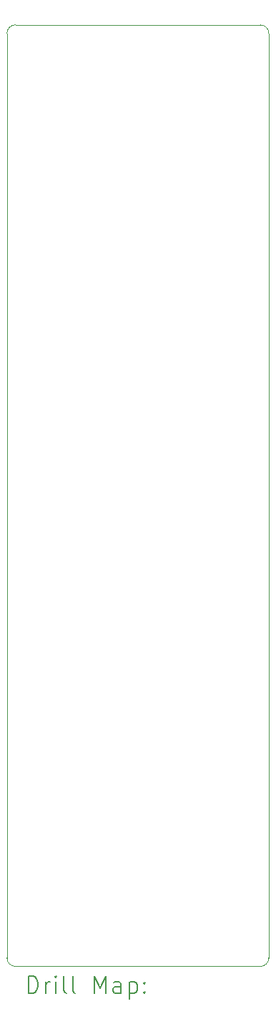
<source format=gbr>
%TF.GenerationSoftware,KiCad,Pcbnew,7.0.8*%
%TF.CreationDate,2023-10-22T01:26:40-04:00*%
%TF.ProjectId,MicrocontrollerInputModule,4d696372-6f63-46f6-9e74-726f6c6c6572,V2.6*%
%TF.SameCoordinates,Original*%
%TF.FileFunction,Drillmap*%
%TF.FilePolarity,Positive*%
%FSLAX45Y45*%
G04 Gerber Fmt 4.5, Leading zero omitted, Abs format (unit mm)*
G04 Created by KiCad (PCBNEW 7.0.8) date 2023-10-22 01:26:40*
%MOMM*%
%LPD*%
G01*
G04 APERTURE LIST*
%ADD10C,0.100000*%
%ADD11C,0.200000*%
G04 APERTURE END LIST*
D10*
X3160711Y-1805011D02*
G75*
G03*
X3060711Y-1905011I-1J-99999D01*
G01*
X6160710Y-12845011D02*
X6160711Y-1905011D01*
X3160711Y-12945010D02*
X6060710Y-12945011D01*
X3060710Y-12845010D02*
G75*
G03*
X3160711Y-12945010I100000J0D01*
G01*
X6060711Y-1805011D02*
X3160711Y-1805011D01*
X6160709Y-1905011D02*
G75*
G03*
X6060711Y-1805011I-99999J1D01*
G01*
X3060711Y-1905011D02*
X3060711Y-12845010D01*
X6060710Y-12945010D02*
G75*
G03*
X6160710Y-12845011I-1J100000D01*
G01*
D11*
X3316487Y-13261494D02*
X3316487Y-13061494D01*
X3316487Y-13061494D02*
X3364106Y-13061494D01*
X3364106Y-13061494D02*
X3392678Y-13071018D01*
X3392678Y-13071018D02*
X3411726Y-13090066D01*
X3411726Y-13090066D02*
X3421249Y-13109113D01*
X3421249Y-13109113D02*
X3430773Y-13147209D01*
X3430773Y-13147209D02*
X3430773Y-13175780D01*
X3430773Y-13175780D02*
X3421249Y-13213875D01*
X3421249Y-13213875D02*
X3411726Y-13232923D01*
X3411726Y-13232923D02*
X3392678Y-13251971D01*
X3392678Y-13251971D02*
X3364106Y-13261494D01*
X3364106Y-13261494D02*
X3316487Y-13261494D01*
X3516487Y-13261494D02*
X3516487Y-13128161D01*
X3516487Y-13166256D02*
X3526011Y-13147209D01*
X3526011Y-13147209D02*
X3535535Y-13137685D01*
X3535535Y-13137685D02*
X3554583Y-13128161D01*
X3554583Y-13128161D02*
X3573630Y-13128161D01*
X3640297Y-13261494D02*
X3640297Y-13128161D01*
X3640297Y-13061494D02*
X3630773Y-13071018D01*
X3630773Y-13071018D02*
X3640297Y-13080542D01*
X3640297Y-13080542D02*
X3649821Y-13071018D01*
X3649821Y-13071018D02*
X3640297Y-13061494D01*
X3640297Y-13061494D02*
X3640297Y-13080542D01*
X3764106Y-13261494D02*
X3745059Y-13251971D01*
X3745059Y-13251971D02*
X3735535Y-13232923D01*
X3735535Y-13232923D02*
X3735535Y-13061494D01*
X3868868Y-13261494D02*
X3849821Y-13251971D01*
X3849821Y-13251971D02*
X3840297Y-13232923D01*
X3840297Y-13232923D02*
X3840297Y-13061494D01*
X4097440Y-13261494D02*
X4097440Y-13061494D01*
X4097440Y-13061494D02*
X4164107Y-13204351D01*
X4164107Y-13204351D02*
X4230773Y-13061494D01*
X4230773Y-13061494D02*
X4230773Y-13261494D01*
X4411726Y-13261494D02*
X4411726Y-13156732D01*
X4411726Y-13156732D02*
X4402202Y-13137685D01*
X4402202Y-13137685D02*
X4383154Y-13128161D01*
X4383154Y-13128161D02*
X4345059Y-13128161D01*
X4345059Y-13128161D02*
X4326011Y-13137685D01*
X4411726Y-13251971D02*
X4392678Y-13261494D01*
X4392678Y-13261494D02*
X4345059Y-13261494D01*
X4345059Y-13261494D02*
X4326011Y-13251971D01*
X4326011Y-13251971D02*
X4316488Y-13232923D01*
X4316488Y-13232923D02*
X4316488Y-13213875D01*
X4316488Y-13213875D02*
X4326011Y-13194828D01*
X4326011Y-13194828D02*
X4345059Y-13185304D01*
X4345059Y-13185304D02*
X4392678Y-13185304D01*
X4392678Y-13185304D02*
X4411726Y-13175780D01*
X4506964Y-13128161D02*
X4506964Y-13328161D01*
X4506964Y-13137685D02*
X4526011Y-13128161D01*
X4526011Y-13128161D02*
X4564107Y-13128161D01*
X4564107Y-13128161D02*
X4583154Y-13137685D01*
X4583154Y-13137685D02*
X4592678Y-13147209D01*
X4592678Y-13147209D02*
X4602202Y-13166256D01*
X4602202Y-13166256D02*
X4602202Y-13223399D01*
X4602202Y-13223399D02*
X4592678Y-13242447D01*
X4592678Y-13242447D02*
X4583154Y-13251971D01*
X4583154Y-13251971D02*
X4564107Y-13261494D01*
X4564107Y-13261494D02*
X4526011Y-13261494D01*
X4526011Y-13261494D02*
X4506964Y-13251971D01*
X4687916Y-13242447D02*
X4697440Y-13251971D01*
X4697440Y-13251971D02*
X4687916Y-13261494D01*
X4687916Y-13261494D02*
X4678392Y-13251971D01*
X4678392Y-13251971D02*
X4687916Y-13242447D01*
X4687916Y-13242447D02*
X4687916Y-13261494D01*
X4687916Y-13137685D02*
X4697440Y-13147209D01*
X4697440Y-13147209D02*
X4687916Y-13156732D01*
X4687916Y-13156732D02*
X4678392Y-13147209D01*
X4678392Y-13147209D02*
X4687916Y-13137685D01*
X4687916Y-13137685D02*
X4687916Y-13156732D01*
M02*

</source>
